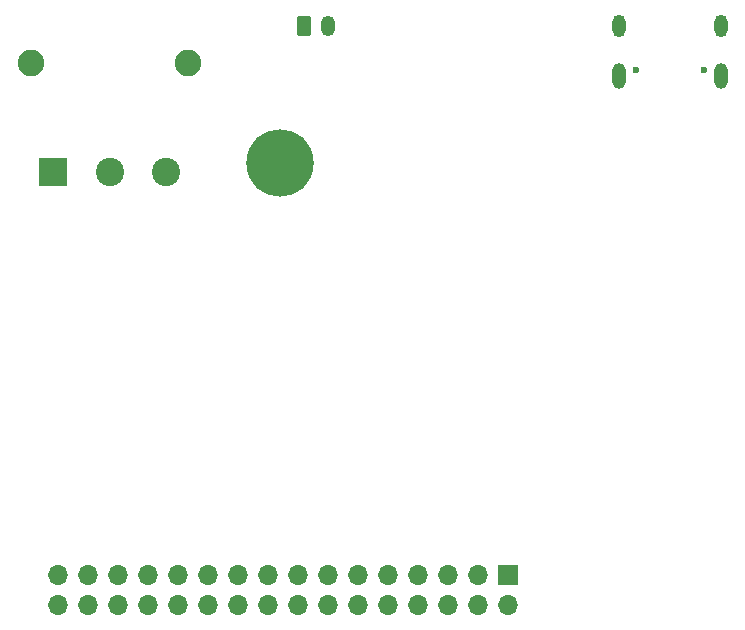
<source format=gbr>
%TF.GenerationSoftware,KiCad,Pcbnew,7.0.11*%
%TF.CreationDate,2025-03-28T01:33:45+02:00*%
%TF.ProjectId,Project,50726f6a-6563-4742-9e6b-696361645f70,rev?*%
%TF.SameCoordinates,Original*%
%TF.FileFunction,Soldermask,Bot*%
%TF.FilePolarity,Negative*%
%FSLAX46Y46*%
G04 Gerber Fmt 4.6, Leading zero omitted, Abs format (unit mm)*
G04 Created by KiCad (PCBNEW 7.0.11) date 2025-03-28 01:33:45*
%MOMM*%
%LPD*%
G01*
G04 APERTURE LIST*
G04 Aperture macros list*
%AMRoundRect*
0 Rectangle with rounded corners*
0 $1 Rounding radius*
0 $2 $3 $4 $5 $6 $7 $8 $9 X,Y pos of 4 corners*
0 Add a 4 corners polygon primitive as box body*
4,1,4,$2,$3,$4,$5,$6,$7,$8,$9,$2,$3,0*
0 Add four circle primitives for the rounded corners*
1,1,$1+$1,$2,$3*
1,1,$1+$1,$4,$5*
1,1,$1+$1,$6,$7*
1,1,$1+$1,$8,$9*
0 Add four rect primitives between the rounded corners*
20,1,$1+$1,$2,$3,$4,$5,0*
20,1,$1+$1,$4,$5,$6,$7,0*
20,1,$1+$1,$6,$7,$8,$9,0*
20,1,$1+$1,$8,$9,$2,$3,0*%
G04 Aperture macros list end*
%ADD10C,5.700000*%
%ADD11O,1.700000X1.700000*%
%ADD12R,1.700000X1.700000*%
%ADD13O,1.104000X1.904000*%
%ADD14O,1.104000X2.204000*%
%ADD15C,0.600000*%
%ADD16RoundRect,0.250000X-0.350000X-0.625000X0.350000X-0.625000X0.350000X0.625000X-0.350000X0.625000X0*%
%ADD17O,1.200000X1.750000*%
%ADD18R,2.400000X2.400000*%
%ADD19C,2.400000*%
%ADD20C,2.250000*%
G04 APERTURE END LIST*
D10*
%TO.C,REF\u002A\u002A*%
X106000000Y-154100000D03*
%TD*%
D11*
%TO.C,J1*%
X87240000Y-191540000D03*
X87240000Y-189000000D03*
X89780000Y-191540000D03*
X89780000Y-189000000D03*
X92320000Y-191540000D03*
X92320000Y-189000000D03*
X94860000Y-191540000D03*
X94860000Y-189000000D03*
X97400000Y-191540000D03*
X97400000Y-189000000D03*
X99940000Y-191540000D03*
X99940000Y-189000000D03*
X102480000Y-191540000D03*
X102480000Y-189000000D03*
X105020000Y-191540000D03*
X105020000Y-189000000D03*
X107560000Y-191540000D03*
X107560000Y-189000000D03*
X110100000Y-191540000D03*
X110100000Y-189000000D03*
X112640000Y-191540000D03*
X112640000Y-189000000D03*
X115180000Y-191540000D03*
X115180000Y-189000000D03*
X117720000Y-191540000D03*
X117720000Y-189000000D03*
X120260000Y-191540000D03*
X120260000Y-189000000D03*
X122800000Y-191540000D03*
X122800000Y-189000000D03*
X125340000Y-191540000D03*
D12*
X125340000Y-189000000D03*
%TD*%
D13*
%TO.C,J2*%
X134725000Y-142550000D03*
X143375000Y-142550000D03*
D14*
X134725000Y-146720000D03*
X143375000Y-146720000D03*
D15*
X136160000Y-146230000D03*
X141940000Y-146230000D03*
%TD*%
D16*
%TO.C,J3*%
X108100000Y-142550000D03*
D17*
X110100000Y-142550000D03*
%TD*%
D18*
%TO.C,S1*%
X86800000Y-154875000D03*
D19*
X91600000Y-154875000D03*
X96400000Y-154875000D03*
D20*
X84950000Y-145675000D03*
X98250000Y-145675000D03*
%TD*%
M02*

</source>
